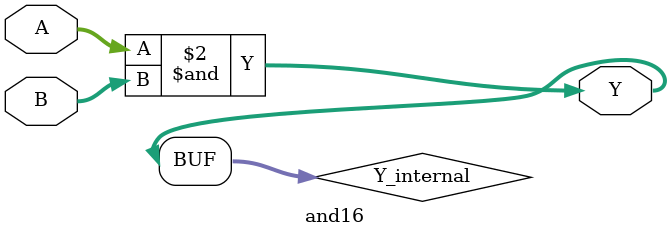
<source format=v>
`timescale 1ns / 1ps


module and16
    #(parameter data_width = 16)
    (
        input [data_width-1:0] A,
        input [data_width-1:0] B,
        output [data_width-1:0] Y
    );
        
        reg [data_width-1:0] Y_internal;
        
        always @(*) begin
            Y_internal = A & B;
        end
        
        assign Y = Y_internal;
        
endmodule

</source>
